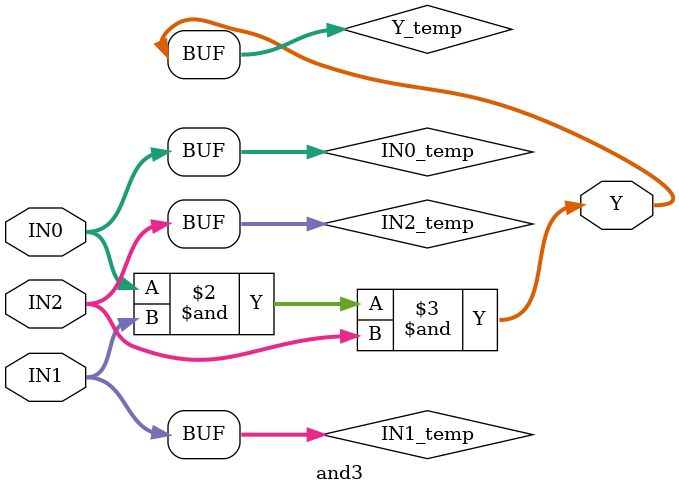
<source format=v>
module and3(IN0,IN1,IN2,Y);
  parameter N = 8;
  parameter DPFLAG = 1;
  parameter GROUP = "dpath1";
  parameter
        d_IN0 = 0,
        d_IN1 = 0,
        d_IN2 = 0,
        d_Y = 1;
  input [(N - 1):0] IN0;
  input [(N - 1):0] IN1;
  input [(N - 1):0] IN2;
  output [(N - 1):0] Y;
  wire [(N - 1):0] IN0_temp;
  wire [(N - 1):0] IN1_temp;
  wire [(N - 1):0] IN2_temp;
  reg [(N - 1):0] Y_temp;
  assign #(d_IN0) IN0_temp = IN0;
  assign #(d_IN1) IN1_temp = IN1;
  assign #(d_IN2) IN2_temp = IN2;
  assign #(d_Y) Y = Y_temp;
  always
    @(IN0_temp or IN1_temp or IN2_temp)
      begin
      Y_temp = ((IN0_temp & IN1_temp) & IN2_temp);
      end
endmodule

</source>
